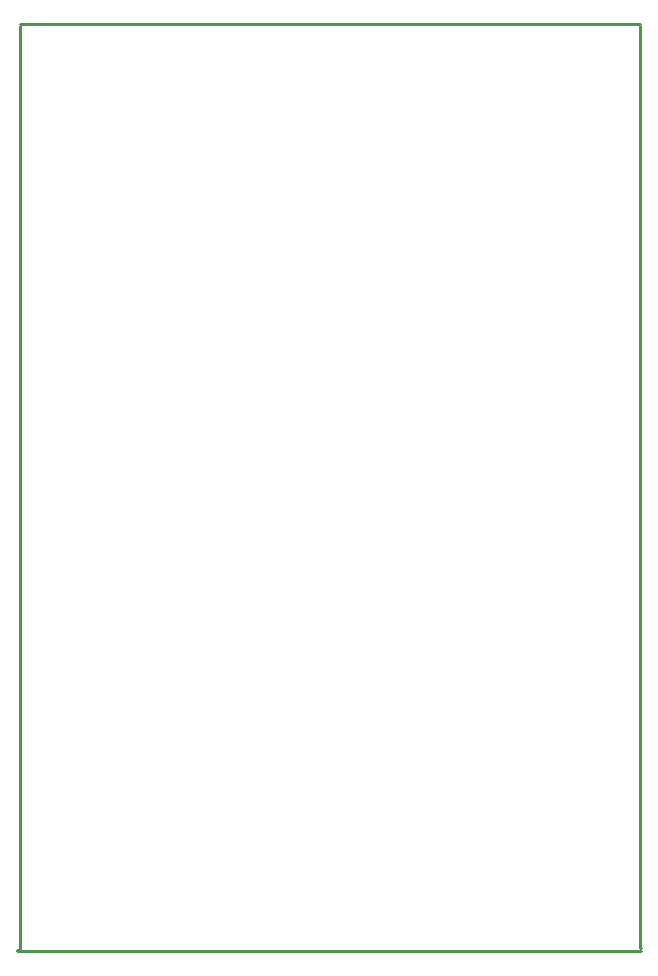
<source format=gko>
G04*
G04 #@! TF.GenerationSoftware,Altium Limited,Altium Designer,21.3.2 (30)*
G04*
G04 Layer_Color=16711935*
%FSLAX44Y44*%
%MOMM*%
G71*
G04*
G04 #@! TF.SameCoordinates,15FDCA04-2CEF-4106-A30F-2144B3535DD6*
G04*
G04*
G04 #@! TF.FilePolarity,Positive*
G04*
G01*
G75*
%ADD23C,0.2540*%
D23*
X767080Y332740D02*
Y1115060D01*
X764540Y332740D02*
X767080D01*
X1291590Y334010D02*
Y1115060D01*
Y334010D02*
X1292860D01*
X764540Y331470D02*
X1292860D01*
X767080Y1116330D02*
X1291590D01*
M02*

</source>
